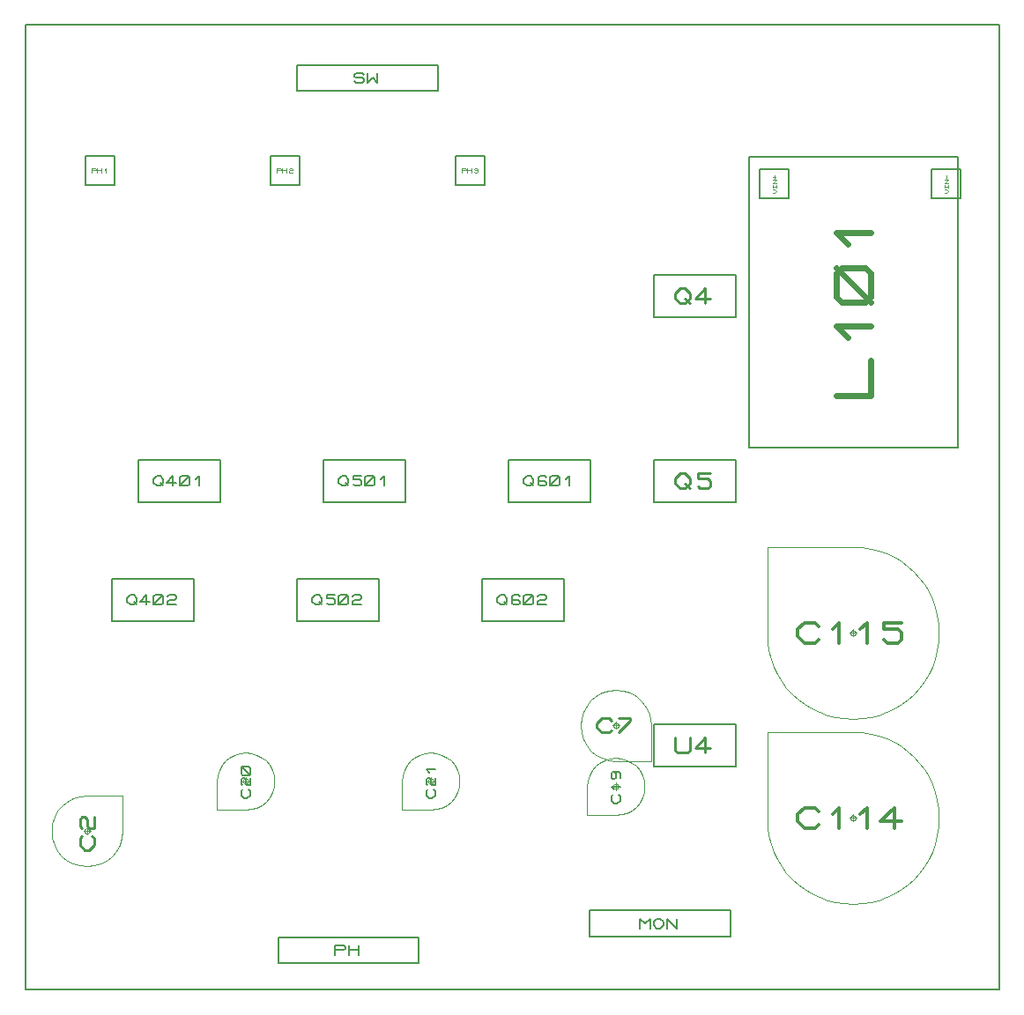
<source format=gbr>
G04 PROTEUS RS274X GERBER FILE*
%FSLAX45Y45*%
%MOMM*%
G01*
%ADD20C,0.203200*%
%ADD66C,0.054860*%
%ADD67C,0.558800*%
%ADD68C,0.050000*%
%ADD69C,0.331000*%
%ADD74C,0.068580*%
%ADD41C,0.152400*%
%ADD75C,0.160020*%
%ADD76C,0.156460*%
%ADD77C,0.240790*%
%ADD78C,0.138750*%
%ADD79C,0.228330*%
D20*
X+552000Y+254000D02*
X+9906000Y+254000D01*
X+9906000Y+9525000D01*
X+552000Y+9525000D01*
X+552000Y+254000D01*
X+7609840Y+7863839D02*
X+7884160Y+7863839D01*
X+7884160Y+8138159D01*
X+7609840Y+8138159D01*
X+7609840Y+7863839D01*
D66*
X+7730541Y+7913217D02*
X+7747000Y+7913217D01*
X+7763460Y+7929676D01*
X+7747000Y+7946135D01*
X+7730541Y+7946135D01*
X+7730541Y+7962594D02*
X+7730541Y+7984539D01*
X+7730541Y+7973567D02*
X+7763460Y+7973567D01*
X+7763460Y+7962594D02*
X+7763460Y+7984539D01*
X+7763460Y+8000999D02*
X+7730541Y+8000999D01*
X+7763460Y+8033917D01*
X+7730541Y+8033917D01*
X+7747000Y+8044890D02*
X+7747000Y+8077808D01*
X+7736028Y+8061349D02*
X+7757973Y+8061349D01*
D20*
X+9260840Y+7863840D02*
X+9535160Y+7863840D01*
X+9535160Y+8138160D01*
X+9260840Y+8138160D01*
X+9260840Y+7863840D01*
D66*
X+9381541Y+7913218D02*
X+9398000Y+7913218D01*
X+9414460Y+7929677D01*
X+9398000Y+7946136D01*
X+9381541Y+7946136D01*
X+9381541Y+7962595D02*
X+9381541Y+7984540D01*
X+9381541Y+7973568D02*
X+9414460Y+7973568D01*
X+9414460Y+7962595D02*
X+9414460Y+7984540D01*
X+9414460Y+8001000D02*
X+9381541Y+8001000D01*
X+9414460Y+8033918D01*
X+9381541Y+8033918D01*
X+9398000Y+8050377D02*
X+9398000Y+8077809D01*
D20*
X+7506940Y+5460999D02*
X+9511062Y+5460999D01*
X+9511062Y+8254999D01*
X+7506940Y+8254999D01*
X+7506940Y+5460999D01*
D67*
X+8341361Y+5963919D02*
X+8676641Y+5963919D01*
X+8676641Y+6299199D01*
X+8453121Y+6522719D02*
X+8341361Y+6634479D01*
X+8676641Y+6634479D01*
X+8620761Y+6857999D02*
X+8397241Y+6857999D01*
X+8341361Y+6913879D01*
X+8341361Y+7137399D01*
X+8397241Y+7193279D01*
X+8620761Y+7193279D01*
X+8676641Y+7137399D01*
X+8676641Y+6913879D01*
X+8620761Y+6857999D01*
X+8676641Y+6857999D02*
X+8341361Y+7193279D01*
X+8453121Y+7416799D02*
X+8341361Y+7528559D01*
X+8676641Y+7528559D01*
D68*
X+8528000Y+1905000D02*
X+8527914Y+1907076D01*
X+8527212Y+1911229D01*
X+8525742Y+1915382D01*
X+8523340Y+1919535D01*
X+8519667Y+1923634D01*
X+8515514Y+1926643D01*
X+8511361Y+1928560D01*
X+8507208Y+1929643D01*
X+8503055Y+1930000D01*
X+8503000Y+1930000D01*
X+8478000Y+1905000D02*
X+8478086Y+1907076D01*
X+8478788Y+1911229D01*
X+8480258Y+1915382D01*
X+8482660Y+1919535D01*
X+8486333Y+1923634D01*
X+8490486Y+1926643D01*
X+8494639Y+1928560D01*
X+8498792Y+1929643D01*
X+8502945Y+1930000D01*
X+8503000Y+1930000D01*
X+8478000Y+1905000D02*
X+8478086Y+1902924D01*
X+8478788Y+1898771D01*
X+8480258Y+1894618D01*
X+8482660Y+1890465D01*
X+8486333Y+1886366D01*
X+8490486Y+1883357D01*
X+8494639Y+1881440D01*
X+8498792Y+1880357D01*
X+8502945Y+1880000D01*
X+8503000Y+1880000D01*
X+8528000Y+1905000D02*
X+8527914Y+1902924D01*
X+8527212Y+1898771D01*
X+8525742Y+1894618D01*
X+8523340Y+1890465D01*
X+8519667Y+1886366D01*
X+8515514Y+1883357D01*
X+8511361Y+1881440D01*
X+8507208Y+1880357D01*
X+8503055Y+1880000D01*
X+8503000Y+1880000D01*
X+8538000Y+1905000D02*
X+8468000Y+1905000D01*
X+8503000Y+1940000D02*
X+8503000Y+1870000D01*
X+7678000Y+2730000D02*
X+7678000Y+1905000D01*
X+7682167Y+1819260D01*
X+7694415Y+1736314D01*
X+7714368Y+1656541D01*
X+7741648Y+1580318D01*
X+7775876Y+1508022D01*
X+7816675Y+1440031D01*
X+7863668Y+1376724D01*
X+7916477Y+1318477D01*
X+7974724Y+1265668D01*
X+8038032Y+1218675D01*
X+8106022Y+1177876D01*
X+8178318Y+1143648D01*
X+8254541Y+1116368D01*
X+8334314Y+1096415D01*
X+8417260Y+1084167D01*
X+8503000Y+1080000D01*
X+8588740Y+1084167D01*
X+8671686Y+1096415D01*
X+8751459Y+1116368D01*
X+8827682Y+1143648D01*
X+8899978Y+1177876D01*
X+8967968Y+1218675D01*
X+9031276Y+1265668D01*
X+9089523Y+1318477D01*
X+9142332Y+1376724D01*
X+9189325Y+1440031D01*
X+9230124Y+1508022D01*
X+9264352Y+1580318D01*
X+9291632Y+1656541D01*
X+9311585Y+1736314D01*
X+9323833Y+1819260D01*
X+9328000Y+1905000D01*
X+9323833Y+1990740D01*
X+9311585Y+2073686D01*
X+9291632Y+2153459D01*
X+9264352Y+2229682D01*
X+9230124Y+2301978D01*
X+9189325Y+2369969D01*
X+9142332Y+2433276D01*
X+9089523Y+2491523D01*
X+9031276Y+2544332D01*
X+8967968Y+2591325D01*
X+8899978Y+2632124D01*
X+8827682Y+2666352D01*
X+8751459Y+2693632D01*
X+8671686Y+2713585D01*
X+8588740Y+2725833D01*
X+8503000Y+2730000D01*
X+7678000Y+2730000D01*
D69*
X+8172000Y+1838800D02*
X+8138900Y+1805700D01*
X+8039600Y+1805700D01*
X+7973400Y+1871900D01*
X+7973400Y+1938100D01*
X+8039600Y+2004300D01*
X+8138900Y+2004300D01*
X+8172000Y+1971200D01*
X+8304400Y+1938100D02*
X+8370600Y+2004300D01*
X+8370600Y+1805700D01*
X+8569200Y+1938100D02*
X+8635400Y+2004300D01*
X+8635400Y+1805700D01*
X+8966400Y+1871900D02*
X+8767800Y+1871900D01*
X+8900200Y+2004300D01*
X+8900200Y+1805700D01*
D68*
X+8528000Y+3683000D02*
X+8527914Y+3685076D01*
X+8527212Y+3689229D01*
X+8525742Y+3693382D01*
X+8523340Y+3697535D01*
X+8519667Y+3701634D01*
X+8515514Y+3704643D01*
X+8511361Y+3706560D01*
X+8507208Y+3707643D01*
X+8503055Y+3708000D01*
X+8503000Y+3708000D01*
X+8478000Y+3683000D02*
X+8478086Y+3685076D01*
X+8478788Y+3689229D01*
X+8480258Y+3693382D01*
X+8482660Y+3697535D01*
X+8486333Y+3701634D01*
X+8490486Y+3704643D01*
X+8494639Y+3706560D01*
X+8498792Y+3707643D01*
X+8502945Y+3708000D01*
X+8503000Y+3708000D01*
X+8478000Y+3683000D02*
X+8478086Y+3680924D01*
X+8478788Y+3676771D01*
X+8480258Y+3672618D01*
X+8482660Y+3668465D01*
X+8486333Y+3664366D01*
X+8490486Y+3661357D01*
X+8494639Y+3659440D01*
X+8498792Y+3658357D01*
X+8502945Y+3658000D01*
X+8503000Y+3658000D01*
X+8528000Y+3683000D02*
X+8527914Y+3680924D01*
X+8527212Y+3676771D01*
X+8525742Y+3672618D01*
X+8523340Y+3668465D01*
X+8519667Y+3664366D01*
X+8515514Y+3661357D01*
X+8511361Y+3659440D01*
X+8507208Y+3658357D01*
X+8503055Y+3658000D01*
X+8503000Y+3658000D01*
X+8538000Y+3683000D02*
X+8468000Y+3683000D01*
X+8503000Y+3718000D02*
X+8503000Y+3648000D01*
X+7678000Y+4508000D02*
X+7678000Y+3683000D01*
X+7682167Y+3597260D01*
X+7694415Y+3514314D01*
X+7714368Y+3434541D01*
X+7741648Y+3358318D01*
X+7775876Y+3286022D01*
X+7816675Y+3218031D01*
X+7863668Y+3154724D01*
X+7916477Y+3096477D01*
X+7974724Y+3043668D01*
X+8038032Y+2996675D01*
X+8106022Y+2955876D01*
X+8178318Y+2921648D01*
X+8254541Y+2894368D01*
X+8334314Y+2874415D01*
X+8417260Y+2862167D01*
X+8503000Y+2858000D01*
X+8588740Y+2862167D01*
X+8671686Y+2874415D01*
X+8751459Y+2894368D01*
X+8827682Y+2921648D01*
X+8899978Y+2955876D01*
X+8967968Y+2996675D01*
X+9031276Y+3043668D01*
X+9089523Y+3096477D01*
X+9142332Y+3154724D01*
X+9189325Y+3218031D01*
X+9230124Y+3286022D01*
X+9264352Y+3358318D01*
X+9291632Y+3434541D01*
X+9311585Y+3514314D01*
X+9323833Y+3597260D01*
X+9328000Y+3683000D01*
X+9323833Y+3768740D01*
X+9311585Y+3851686D01*
X+9291632Y+3931459D01*
X+9264352Y+4007682D01*
X+9230124Y+4079978D01*
X+9189325Y+4147969D01*
X+9142332Y+4211276D01*
X+9089523Y+4269523D01*
X+9031276Y+4322332D01*
X+8967968Y+4369325D01*
X+8899978Y+4410124D01*
X+8827682Y+4444352D01*
X+8751459Y+4471632D01*
X+8671686Y+4491585D01*
X+8588740Y+4503833D01*
X+8503000Y+4508000D01*
X+7678000Y+4508000D01*
D69*
X+8172000Y+3616800D02*
X+8138900Y+3583700D01*
X+8039600Y+3583700D01*
X+7973400Y+3649900D01*
X+7973400Y+3716100D01*
X+8039600Y+3782300D01*
X+8138900Y+3782300D01*
X+8172000Y+3749200D01*
X+8304400Y+3716100D02*
X+8370600Y+3782300D01*
X+8370600Y+3583700D01*
X+8569200Y+3716100D02*
X+8635400Y+3782300D01*
X+8635400Y+3583700D01*
X+8966400Y+3782300D02*
X+8800900Y+3782300D01*
X+8800900Y+3716100D01*
X+8933300Y+3716100D01*
X+8966400Y+3683000D01*
X+8966400Y+3616800D01*
X+8933300Y+3583700D01*
X+8834000Y+3583700D01*
X+8800900Y+3616800D01*
D20*
X+1132840Y+7990840D02*
X+1407160Y+7990840D01*
X+1407160Y+8265160D01*
X+1132840Y+8265160D01*
X+1132840Y+7990840D01*
D74*
X+1187704Y+8107426D02*
X+1187704Y+8148574D01*
X+1221994Y+8148574D01*
X+1228852Y+8141716D01*
X+1228852Y+8134858D01*
X+1221994Y+8128000D01*
X+1187704Y+8128000D01*
X+1242568Y+8107426D02*
X+1242568Y+8148574D01*
X+1283716Y+8148574D02*
X+1283716Y+8107426D01*
X+1242568Y+8128000D02*
X+1283716Y+8128000D01*
X+1311148Y+8134858D02*
X+1324864Y+8148574D01*
X+1324864Y+8107426D01*
D20*
X+4688840Y+7990840D02*
X+4963160Y+7990840D01*
X+4963160Y+8265160D01*
X+4688840Y+8265160D01*
X+4688840Y+7990840D01*
D74*
X+4743704Y+8107426D02*
X+4743704Y+8148574D01*
X+4777994Y+8148574D01*
X+4784852Y+8141716D01*
X+4784852Y+8134858D01*
X+4777994Y+8128000D01*
X+4743704Y+8128000D01*
X+4798568Y+8107426D02*
X+4798568Y+8148574D01*
X+4839716Y+8148574D02*
X+4839716Y+8107426D01*
X+4798568Y+8128000D02*
X+4839716Y+8128000D01*
X+4860290Y+8141716D02*
X+4867148Y+8148574D01*
X+4887722Y+8148574D01*
X+4894580Y+8141716D01*
X+4894580Y+8134858D01*
X+4887722Y+8128000D01*
X+4894580Y+8121142D01*
X+4894580Y+8114284D01*
X+4887722Y+8107426D01*
X+4867148Y+8107426D01*
X+4860290Y+8114284D01*
X+4874006Y+8128000D02*
X+4887722Y+8128000D01*
D41*
X+2981630Y+760400D02*
X+2981630Y+508940D01*
X+4330370Y+508940D01*
X+4330370Y+760400D01*
X+2981630Y+760400D01*
X+2981630Y+508940D01*
X+4330370Y+508940D01*
X+4330370Y+760400D01*
X+2981630Y+760400D01*
D75*
X+3527984Y+586664D02*
X+3527984Y+682676D01*
X+3607994Y+682676D01*
X+3623996Y+666674D01*
X+3623996Y+650672D01*
X+3607994Y+634670D01*
X+3527984Y+634670D01*
X+3656000Y+586664D02*
X+3656000Y+682676D01*
X+3752012Y+682676D02*
X+3752012Y+586664D01*
X+3656000Y+634670D02*
X+3752012Y+634670D01*
D41*
X+3162630Y+9142400D02*
X+3162630Y+8890940D01*
X+4511370Y+8890940D01*
X+4511370Y+9142400D01*
X+3162630Y+9142400D01*
X+3162630Y+8890940D01*
X+4511370Y+8890940D01*
X+4511370Y+9142400D01*
X+3162630Y+9142400D01*
D75*
X+3708984Y+8984666D02*
X+3724986Y+8968664D01*
X+3788994Y+8968664D01*
X+3804996Y+8984666D01*
X+3804996Y+9000668D01*
X+3788994Y+9016670D01*
X+3724986Y+9016670D01*
X+3708984Y+9032672D01*
X+3708984Y+9048674D01*
X+3724986Y+9064676D01*
X+3788994Y+9064676D01*
X+3804996Y+9048674D01*
X+3837000Y+9064676D02*
X+3837000Y+8968664D01*
X+3885006Y+9016670D01*
X+3933012Y+8968664D01*
X+3933012Y+9064676D01*
D41*
X+7324370Y+763600D02*
X+7324370Y+1015060D01*
X+5975630Y+1015060D01*
X+5975630Y+763600D01*
X+7324370Y+763600D01*
X+7324370Y+1015060D01*
X+5975630Y+1015060D01*
X+5975630Y+763600D01*
X+7324370Y+763600D01*
D75*
X+6457976Y+841324D02*
X+6457976Y+937336D01*
X+6505982Y+889330D01*
X+6553988Y+937336D01*
X+6553988Y+841324D01*
X+6585992Y+905332D02*
X+6617996Y+937336D01*
X+6650000Y+937336D01*
X+6682004Y+905332D01*
X+6682004Y+873328D01*
X+6650000Y+841324D01*
X+6617996Y+841324D01*
X+6585992Y+873328D01*
X+6585992Y+905332D01*
X+6714008Y+841324D02*
X+6714008Y+937336D01*
X+6810020Y+841324D01*
X+6810020Y+937336D01*
D20*
X+1640840Y+4942840D02*
X+2423160Y+4942840D01*
X+2423160Y+5344160D01*
X+1640840Y+5344160D01*
X+1640840Y+4942840D01*
D76*
X+1781658Y+5159146D02*
X+1812950Y+5190439D01*
X+1844243Y+5190439D01*
X+1875536Y+5159146D01*
X+1875536Y+5127853D01*
X+1844243Y+5096560D01*
X+1812950Y+5096560D01*
X+1781658Y+5127853D01*
X+1781658Y+5159146D01*
X+1844243Y+5127853D02*
X+1875536Y+5096560D01*
X+2000707Y+5127853D02*
X+1906829Y+5127853D01*
X+1969414Y+5190439D01*
X+1969414Y+5096560D01*
X+2032000Y+5112207D02*
X+2032000Y+5174792D01*
X+2047646Y+5190439D01*
X+2110231Y+5190439D01*
X+2125878Y+5174792D01*
X+2125878Y+5112207D01*
X+2110231Y+5096560D01*
X+2047646Y+5096560D01*
X+2032000Y+5112207D01*
X+2032000Y+5096560D02*
X+2125878Y+5190439D01*
X+2188463Y+5159146D02*
X+2219756Y+5190439D01*
X+2219756Y+5096560D01*
D20*
X+1386840Y+3799840D02*
X+2169160Y+3799840D01*
X+2169160Y+4201160D01*
X+1386840Y+4201160D01*
X+1386840Y+3799840D01*
D76*
X+1527658Y+4016146D02*
X+1558950Y+4047439D01*
X+1590243Y+4047439D01*
X+1621536Y+4016146D01*
X+1621536Y+3984853D01*
X+1590243Y+3953560D01*
X+1558950Y+3953560D01*
X+1527658Y+3984853D01*
X+1527658Y+4016146D01*
X+1590243Y+3984853D02*
X+1621536Y+3953560D01*
X+1746707Y+3984853D02*
X+1652829Y+3984853D01*
X+1715414Y+4047439D01*
X+1715414Y+3953560D01*
X+1778000Y+3969207D02*
X+1778000Y+4031792D01*
X+1793646Y+4047439D01*
X+1856231Y+4047439D01*
X+1871878Y+4031792D01*
X+1871878Y+3969207D01*
X+1856231Y+3953560D01*
X+1793646Y+3953560D01*
X+1778000Y+3969207D01*
X+1778000Y+3953560D02*
X+1871878Y+4047439D01*
X+1918817Y+4031792D02*
X+1934463Y+4047439D01*
X+1981402Y+4047439D01*
X+1997049Y+4031792D01*
X+1997049Y+4016146D01*
X+1981402Y+4000500D01*
X+1934463Y+4000500D01*
X+1918817Y+3984853D01*
X+1918817Y+3953560D01*
X+1997049Y+3953560D01*
D20*
X+3418840Y+4942840D02*
X+4201160Y+4942840D01*
X+4201160Y+5344160D01*
X+3418840Y+5344160D01*
X+3418840Y+4942840D01*
D76*
X+3559658Y+5159146D02*
X+3590950Y+5190439D01*
X+3622243Y+5190439D01*
X+3653536Y+5159146D01*
X+3653536Y+5127853D01*
X+3622243Y+5096560D01*
X+3590950Y+5096560D01*
X+3559658Y+5127853D01*
X+3559658Y+5159146D01*
X+3622243Y+5127853D02*
X+3653536Y+5096560D01*
X+3778707Y+5190439D02*
X+3700475Y+5190439D01*
X+3700475Y+5159146D01*
X+3763060Y+5159146D01*
X+3778707Y+5143500D01*
X+3778707Y+5112207D01*
X+3763060Y+5096560D01*
X+3716121Y+5096560D01*
X+3700475Y+5112207D01*
X+3810000Y+5112207D02*
X+3810000Y+5174792D01*
X+3825646Y+5190439D01*
X+3888231Y+5190439D01*
X+3903878Y+5174792D01*
X+3903878Y+5112207D01*
X+3888231Y+5096560D01*
X+3825646Y+5096560D01*
X+3810000Y+5112207D01*
X+3810000Y+5096560D02*
X+3903878Y+5190439D01*
X+3966463Y+5159146D02*
X+3997756Y+5190439D01*
X+3997756Y+5096560D01*
D20*
X+3164840Y+3799840D02*
X+3947160Y+3799840D01*
X+3947160Y+4201160D01*
X+3164840Y+4201160D01*
X+3164840Y+3799840D01*
D76*
X+3305658Y+4016146D02*
X+3336950Y+4047439D01*
X+3368243Y+4047439D01*
X+3399536Y+4016146D01*
X+3399536Y+3984853D01*
X+3368243Y+3953560D01*
X+3336950Y+3953560D01*
X+3305658Y+3984853D01*
X+3305658Y+4016146D01*
X+3368243Y+3984853D02*
X+3399536Y+3953560D01*
X+3524707Y+4047439D02*
X+3446475Y+4047439D01*
X+3446475Y+4016146D01*
X+3509060Y+4016146D01*
X+3524707Y+4000500D01*
X+3524707Y+3969207D01*
X+3509060Y+3953560D01*
X+3462121Y+3953560D01*
X+3446475Y+3969207D01*
X+3556000Y+3969207D02*
X+3556000Y+4031792D01*
X+3571646Y+4047439D01*
X+3634231Y+4047439D01*
X+3649878Y+4031792D01*
X+3649878Y+3969207D01*
X+3634231Y+3953560D01*
X+3571646Y+3953560D01*
X+3556000Y+3969207D01*
X+3556000Y+3953560D02*
X+3649878Y+4047439D01*
X+3696817Y+4031792D02*
X+3712463Y+4047439D01*
X+3759402Y+4047439D01*
X+3775049Y+4031792D01*
X+3775049Y+4016146D01*
X+3759402Y+4000500D01*
X+3712463Y+4000500D01*
X+3696817Y+3984853D01*
X+3696817Y+3953560D01*
X+3775049Y+3953560D01*
D20*
X+5196840Y+4942840D02*
X+5979160Y+4942840D01*
X+5979160Y+5344160D01*
X+5196840Y+5344160D01*
X+5196840Y+4942840D01*
D76*
X+5337658Y+5159146D02*
X+5368950Y+5190439D01*
X+5400243Y+5190439D01*
X+5431536Y+5159146D01*
X+5431536Y+5127853D01*
X+5400243Y+5096560D01*
X+5368950Y+5096560D01*
X+5337658Y+5127853D01*
X+5337658Y+5159146D01*
X+5400243Y+5127853D02*
X+5431536Y+5096560D01*
X+5556707Y+5174792D02*
X+5541060Y+5190439D01*
X+5494121Y+5190439D01*
X+5478475Y+5174792D01*
X+5478475Y+5112207D01*
X+5494121Y+5096560D01*
X+5541060Y+5096560D01*
X+5556707Y+5112207D01*
X+5556707Y+5127853D01*
X+5541060Y+5143500D01*
X+5478475Y+5143500D01*
X+5588000Y+5112207D02*
X+5588000Y+5174792D01*
X+5603646Y+5190439D01*
X+5666231Y+5190439D01*
X+5681878Y+5174792D01*
X+5681878Y+5112207D01*
X+5666231Y+5096560D01*
X+5603646Y+5096560D01*
X+5588000Y+5112207D01*
X+5588000Y+5096560D02*
X+5681878Y+5190439D01*
X+5744463Y+5159146D02*
X+5775756Y+5190439D01*
X+5775756Y+5096560D01*
D20*
X+4942840Y+3799840D02*
X+5725160Y+3799840D01*
X+5725160Y+4201160D01*
X+4942840Y+4201160D01*
X+4942840Y+3799840D01*
D76*
X+5083658Y+4016146D02*
X+5114950Y+4047439D01*
X+5146243Y+4047439D01*
X+5177536Y+4016146D01*
X+5177536Y+3984853D01*
X+5146243Y+3953560D01*
X+5114950Y+3953560D01*
X+5083658Y+3984853D01*
X+5083658Y+4016146D01*
X+5146243Y+3984853D02*
X+5177536Y+3953560D01*
X+5302707Y+4031792D02*
X+5287060Y+4047439D01*
X+5240121Y+4047439D01*
X+5224475Y+4031792D01*
X+5224475Y+3969207D01*
X+5240121Y+3953560D01*
X+5287060Y+3953560D01*
X+5302707Y+3969207D01*
X+5302707Y+3984853D01*
X+5287060Y+4000500D01*
X+5224475Y+4000500D01*
X+5334000Y+3969207D02*
X+5334000Y+4031792D01*
X+5349646Y+4047439D01*
X+5412231Y+4047439D01*
X+5427878Y+4031792D01*
X+5427878Y+3969207D01*
X+5412231Y+3953560D01*
X+5349646Y+3953560D01*
X+5334000Y+3969207D01*
X+5334000Y+3953560D02*
X+5427878Y+4047439D01*
X+5474817Y+4031792D02*
X+5490463Y+4047439D01*
X+5537402Y+4047439D01*
X+5553049Y+4031792D01*
X+5553049Y+4016146D01*
X+5537402Y+4000500D01*
X+5490463Y+4000500D01*
X+5474817Y+3984853D01*
X+5474817Y+3953560D01*
X+5553049Y+3953560D01*
D20*
X+2910840Y+7990840D02*
X+3185160Y+7990840D01*
X+3185160Y+8265160D01*
X+2910840Y+8265160D01*
X+2910840Y+7990840D01*
D74*
X+2965704Y+8107426D02*
X+2965704Y+8148574D01*
X+2999994Y+8148574D01*
X+3006852Y+8141716D01*
X+3006852Y+8134858D01*
X+2999994Y+8128000D01*
X+2965704Y+8128000D01*
X+3020568Y+8107426D02*
X+3020568Y+8148574D01*
X+3061716Y+8148574D02*
X+3061716Y+8107426D01*
X+3020568Y+8128000D02*
X+3061716Y+8128000D01*
X+3082290Y+8141716D02*
X+3089148Y+8148574D01*
X+3109722Y+8148574D01*
X+3116580Y+8141716D01*
X+3116580Y+8134858D01*
X+3109722Y+8128000D01*
X+3089148Y+8128000D01*
X+3082290Y+8121142D01*
X+3082290Y+8107426D01*
X+3116580Y+8107426D01*
D20*
X+6593840Y+2402840D02*
X+7376160Y+2402840D01*
X+7376160Y+2804160D01*
X+6593840Y+2804160D01*
X+6593840Y+2402840D01*
D77*
X+6792367Y+2675737D02*
X+6792367Y+2555341D01*
X+6816446Y+2531262D01*
X+6912762Y+2531262D01*
X+6936841Y+2555341D01*
X+6936841Y+2675737D01*
X+7129474Y+2579420D02*
X+6985000Y+2579420D01*
X+7081316Y+2675737D01*
X+7081316Y+2531262D01*
D68*
X+6248000Y+2208056D02*
X+6247914Y+2210132D01*
X+6247212Y+2214285D01*
X+6245742Y+2218438D01*
X+6243340Y+2222591D01*
X+6239667Y+2226690D01*
X+6235514Y+2229699D01*
X+6231361Y+2231616D01*
X+6227208Y+2232699D01*
X+6223055Y+2233056D01*
X+6223000Y+2233056D01*
X+6198000Y+2208056D02*
X+6198086Y+2210132D01*
X+6198788Y+2214285D01*
X+6200258Y+2218438D01*
X+6202660Y+2222591D01*
X+6206333Y+2226690D01*
X+6210486Y+2229699D01*
X+6214639Y+2231616D01*
X+6218792Y+2232699D01*
X+6222945Y+2233056D01*
X+6223000Y+2233056D01*
X+6198000Y+2208056D02*
X+6198086Y+2205980D01*
X+6198788Y+2201827D01*
X+6200258Y+2197674D01*
X+6202660Y+2193521D01*
X+6206333Y+2189422D01*
X+6210486Y+2186413D01*
X+6214639Y+2184496D01*
X+6218792Y+2183413D01*
X+6222945Y+2183056D01*
X+6223000Y+2183056D01*
X+6248000Y+2208056D02*
X+6247914Y+2205980D01*
X+6247212Y+2201827D01*
X+6245742Y+2197674D01*
X+6243340Y+2193521D01*
X+6239667Y+2189422D01*
X+6235514Y+2186413D01*
X+6231361Y+2184496D01*
X+6227208Y+2183413D01*
X+6223055Y+2183056D01*
X+6223000Y+2183056D01*
X+6223000Y+2243056D02*
X+6223000Y+2173056D01*
X+6188000Y+2208056D02*
X+6258000Y+2208056D01*
X+5948000Y+1933056D02*
X+6223000Y+1933056D01*
X+6279228Y+1938528D01*
X+6331227Y+1954272D01*
X+6377990Y+1979281D01*
X+6418508Y+2012548D01*
X+6451775Y+2053067D01*
X+6476784Y+2099829D01*
X+6492528Y+2151828D01*
X+6498000Y+2208056D01*
X+6492528Y+2264284D01*
X+6476784Y+2316283D01*
X+6451775Y+2363045D01*
X+6418508Y+2403564D01*
X+6377990Y+2436831D01*
X+6331227Y+2461840D01*
X+6279228Y+2477584D01*
X+6223000Y+2483056D01*
X+6166772Y+2477584D01*
X+6114773Y+2461840D01*
X+6068010Y+2436831D01*
X+6027492Y+2403564D01*
X+5994225Y+2363045D01*
X+5969216Y+2316283D01*
X+5953472Y+2264284D01*
X+5948000Y+2208056D01*
X+5948000Y+1933056D01*
D78*
X+6250750Y+2124806D02*
X+6264625Y+2110931D01*
X+6264625Y+2069306D01*
X+6236875Y+2041556D01*
X+6209125Y+2041556D01*
X+6181375Y+2069306D01*
X+6181375Y+2110931D01*
X+6195250Y+2124806D01*
X+6209125Y+2180306D02*
X+6181375Y+2208056D01*
X+6264625Y+2208056D01*
X+6209125Y+2346806D02*
X+6223000Y+2332931D01*
X+6223000Y+2291306D01*
X+6209125Y+2277431D01*
X+6195250Y+2277431D01*
X+6181375Y+2291306D01*
X+6181375Y+2332931D01*
X+6195250Y+2346806D01*
X+6250750Y+2346806D01*
X+6264625Y+2332931D01*
X+6264625Y+2291306D01*
D68*
X+2692000Y+2259000D02*
X+2691914Y+2261076D01*
X+2691212Y+2265229D01*
X+2689742Y+2269382D01*
X+2687340Y+2273535D01*
X+2683667Y+2277634D01*
X+2679514Y+2280643D01*
X+2675361Y+2282560D01*
X+2671208Y+2283643D01*
X+2667055Y+2284000D01*
X+2667000Y+2284000D01*
X+2642000Y+2259000D02*
X+2642086Y+2261076D01*
X+2642788Y+2265229D01*
X+2644258Y+2269382D01*
X+2646660Y+2273535D01*
X+2650333Y+2277634D01*
X+2654486Y+2280643D01*
X+2658639Y+2282560D01*
X+2662792Y+2283643D01*
X+2666945Y+2284000D01*
X+2667000Y+2284000D01*
X+2642000Y+2259000D02*
X+2642086Y+2256924D01*
X+2642788Y+2252771D01*
X+2644258Y+2248618D01*
X+2646660Y+2244465D01*
X+2650333Y+2240366D01*
X+2654486Y+2237357D01*
X+2658639Y+2235440D01*
X+2662792Y+2234357D01*
X+2666945Y+2234000D01*
X+2667000Y+2234000D01*
X+2692000Y+2259000D02*
X+2691914Y+2256924D01*
X+2691212Y+2252771D01*
X+2689742Y+2248618D01*
X+2687340Y+2244465D01*
X+2683667Y+2240366D01*
X+2679514Y+2237357D01*
X+2675361Y+2235440D01*
X+2671208Y+2234357D01*
X+2667055Y+2234000D01*
X+2667000Y+2234000D01*
X+2667000Y+2294000D02*
X+2667000Y+2224000D01*
X+2632000Y+2259000D02*
X+2702000Y+2259000D01*
X+2392000Y+1984000D02*
X+2667000Y+1984000D01*
X+2723228Y+1989472D01*
X+2775227Y+2005216D01*
X+2821990Y+2030225D01*
X+2862508Y+2063492D01*
X+2895775Y+2104011D01*
X+2920784Y+2150773D01*
X+2936528Y+2202772D01*
X+2942000Y+2259000D01*
X+2936528Y+2315228D01*
X+2920784Y+2367227D01*
X+2895775Y+2413989D01*
X+2862508Y+2454508D01*
X+2821990Y+2487775D01*
X+2775227Y+2512784D01*
X+2723228Y+2528528D01*
X+2667000Y+2534000D01*
X+2610772Y+2528528D01*
X+2558773Y+2512784D01*
X+2512010Y+2487775D01*
X+2471492Y+2454508D01*
X+2438225Y+2413989D01*
X+2413216Y+2367227D01*
X+2397472Y+2315228D01*
X+2392000Y+2259000D01*
X+2392000Y+1984000D01*
D78*
X+2694750Y+2175750D02*
X+2708625Y+2161875D01*
X+2708625Y+2120250D01*
X+2680875Y+2092500D01*
X+2653125Y+2092500D01*
X+2625375Y+2120250D01*
X+2625375Y+2161875D01*
X+2639250Y+2175750D01*
X+2639250Y+2217375D02*
X+2625375Y+2231250D01*
X+2625375Y+2272875D01*
X+2639250Y+2286750D01*
X+2653125Y+2286750D01*
X+2667000Y+2272875D01*
X+2667000Y+2231250D01*
X+2680875Y+2217375D01*
X+2708625Y+2217375D01*
X+2708625Y+2286750D01*
X+2694750Y+2314500D02*
X+2639250Y+2314500D01*
X+2625375Y+2328375D01*
X+2625375Y+2383875D01*
X+2639250Y+2397750D01*
X+2694750Y+2397750D01*
X+2708625Y+2383875D01*
X+2708625Y+2328375D01*
X+2694750Y+2314500D01*
X+2708625Y+2314500D02*
X+2625375Y+2397750D01*
D68*
X+4470000Y+2259000D02*
X+4469914Y+2261076D01*
X+4469212Y+2265229D01*
X+4467742Y+2269382D01*
X+4465340Y+2273535D01*
X+4461667Y+2277634D01*
X+4457514Y+2280643D01*
X+4453361Y+2282560D01*
X+4449208Y+2283643D01*
X+4445055Y+2284000D01*
X+4445000Y+2284000D01*
X+4420000Y+2259000D02*
X+4420086Y+2261076D01*
X+4420788Y+2265229D01*
X+4422258Y+2269382D01*
X+4424660Y+2273535D01*
X+4428333Y+2277634D01*
X+4432486Y+2280643D01*
X+4436639Y+2282560D01*
X+4440792Y+2283643D01*
X+4444945Y+2284000D01*
X+4445000Y+2284000D01*
X+4420000Y+2259000D02*
X+4420086Y+2256924D01*
X+4420788Y+2252771D01*
X+4422258Y+2248618D01*
X+4424660Y+2244465D01*
X+4428333Y+2240366D01*
X+4432486Y+2237357D01*
X+4436639Y+2235440D01*
X+4440792Y+2234357D01*
X+4444945Y+2234000D01*
X+4445000Y+2234000D01*
X+4470000Y+2259000D02*
X+4469914Y+2256924D01*
X+4469212Y+2252771D01*
X+4467742Y+2248618D01*
X+4465340Y+2244465D01*
X+4461667Y+2240366D01*
X+4457514Y+2237357D01*
X+4453361Y+2235440D01*
X+4449208Y+2234357D01*
X+4445055Y+2234000D01*
X+4445000Y+2234000D01*
X+4445000Y+2294000D02*
X+4445000Y+2224000D01*
X+4410000Y+2259000D02*
X+4480000Y+2259000D01*
X+4170000Y+1984000D02*
X+4445000Y+1984000D01*
X+4501228Y+1989472D01*
X+4553227Y+2005216D01*
X+4599990Y+2030225D01*
X+4640508Y+2063492D01*
X+4673775Y+2104011D01*
X+4698784Y+2150773D01*
X+4714528Y+2202772D01*
X+4720000Y+2259000D01*
X+4714528Y+2315228D01*
X+4698784Y+2367227D01*
X+4673775Y+2413989D01*
X+4640508Y+2454508D01*
X+4599990Y+2487775D01*
X+4553227Y+2512784D01*
X+4501228Y+2528528D01*
X+4445000Y+2534000D01*
X+4388772Y+2528528D01*
X+4336773Y+2512784D01*
X+4290010Y+2487775D01*
X+4249492Y+2454508D01*
X+4216225Y+2413989D01*
X+4191216Y+2367227D01*
X+4175472Y+2315228D01*
X+4170000Y+2259000D01*
X+4170000Y+1984000D01*
D78*
X+4472750Y+2175750D02*
X+4486625Y+2161875D01*
X+4486625Y+2120250D01*
X+4458875Y+2092500D01*
X+4431125Y+2092500D01*
X+4403375Y+2120250D01*
X+4403375Y+2161875D01*
X+4417250Y+2175750D01*
X+4417250Y+2217375D02*
X+4403375Y+2231250D01*
X+4403375Y+2272875D01*
X+4417250Y+2286750D01*
X+4431125Y+2286750D01*
X+4445000Y+2272875D01*
X+4445000Y+2231250D01*
X+4458875Y+2217375D01*
X+4486625Y+2217375D01*
X+4486625Y+2286750D01*
X+4431125Y+2342250D02*
X+4403375Y+2370000D01*
X+4486625Y+2370000D01*
D20*
X+6593840Y+6720840D02*
X+7376160Y+6720840D01*
X+7376160Y+7122160D01*
X+6593840Y+7122160D01*
X+6593840Y+6720840D01*
D77*
X+6792367Y+6945579D02*
X+6840525Y+6993737D01*
X+6888683Y+6993737D01*
X+6936841Y+6945579D01*
X+6936841Y+6897420D01*
X+6888683Y+6849262D01*
X+6840525Y+6849262D01*
X+6792367Y+6897420D01*
X+6792367Y+6945579D01*
X+6888683Y+6897420D02*
X+6936841Y+6849262D01*
X+7129474Y+6897420D02*
X+6985000Y+6897420D01*
X+7081316Y+6993737D01*
X+7081316Y+6849262D01*
D20*
X+6593840Y+4942840D02*
X+7376160Y+4942840D01*
X+7376160Y+5344160D01*
X+6593840Y+5344160D01*
X+6593840Y+4942840D01*
D77*
X+6792367Y+5167579D02*
X+6840525Y+5215737D01*
X+6888683Y+5215737D01*
X+6936841Y+5167579D01*
X+6936841Y+5119420D01*
X+6888683Y+5071262D01*
X+6840525Y+5071262D01*
X+6792367Y+5119420D01*
X+6792367Y+5167579D01*
X+6888683Y+5119420D02*
X+6936841Y+5071262D01*
X+7129474Y+5215737D02*
X+7009079Y+5215737D01*
X+7009079Y+5167579D01*
X+7105395Y+5167579D01*
X+7129474Y+5143500D01*
X+7129474Y+5095341D01*
X+7105395Y+5071262D01*
X+7033158Y+5071262D01*
X+7009079Y+5095341D01*
D68*
X+1168000Y+1780000D02*
X+1167914Y+1782076D01*
X+1167212Y+1786229D01*
X+1165742Y+1790382D01*
X+1163340Y+1794535D01*
X+1159667Y+1798634D01*
X+1155514Y+1801643D01*
X+1151361Y+1803560D01*
X+1147208Y+1804643D01*
X+1143055Y+1805000D01*
X+1143000Y+1805000D01*
X+1118000Y+1780000D02*
X+1118086Y+1782076D01*
X+1118788Y+1786229D01*
X+1120258Y+1790382D01*
X+1122660Y+1794535D01*
X+1126333Y+1798634D01*
X+1130486Y+1801643D01*
X+1134639Y+1803560D01*
X+1138792Y+1804643D01*
X+1142945Y+1805000D01*
X+1143000Y+1805000D01*
X+1118000Y+1780000D02*
X+1118086Y+1777924D01*
X+1118788Y+1773771D01*
X+1120258Y+1769618D01*
X+1122660Y+1765465D01*
X+1126333Y+1761366D01*
X+1130486Y+1758357D01*
X+1134639Y+1756440D01*
X+1138792Y+1755357D01*
X+1142945Y+1755000D01*
X+1143000Y+1755000D01*
X+1168000Y+1780000D02*
X+1167914Y+1777924D01*
X+1167212Y+1773771D01*
X+1165742Y+1769618D01*
X+1163340Y+1765465D01*
X+1159667Y+1761366D01*
X+1155514Y+1758357D01*
X+1151361Y+1756440D01*
X+1147208Y+1755357D01*
X+1143055Y+1755000D01*
X+1143000Y+1755000D01*
X+1143000Y+1745000D02*
X+1143000Y+1815000D01*
X+1178000Y+1780000D02*
X+1108000Y+1780000D01*
X+1483000Y+2120000D02*
X+1143000Y+2120000D01*
X+1073481Y+2113235D01*
X+1009191Y+2093770D01*
X+951376Y+2062849D01*
X+901281Y+2021719D01*
X+860151Y+1971624D01*
X+829230Y+1913809D01*
X+809765Y+1849519D01*
X+803000Y+1780000D01*
X+809765Y+1710481D01*
X+829230Y+1646191D01*
X+860151Y+1588376D01*
X+901281Y+1538281D01*
X+951376Y+1497151D01*
X+1009191Y+1466230D01*
X+1073481Y+1446765D01*
X+1143000Y+1440000D01*
X+1212519Y+1446765D01*
X+1276809Y+1466230D01*
X+1334624Y+1497151D01*
X+1384719Y+1538281D01*
X+1425849Y+1588376D01*
X+1456770Y+1646191D01*
X+1476235Y+1710481D01*
X+1483000Y+1780000D01*
X+1483000Y+2120000D01*
D79*
X+1188667Y+1734333D02*
X+1211500Y+1711500D01*
X+1211500Y+1643000D01*
X+1165833Y+1597334D01*
X+1120167Y+1597334D01*
X+1074500Y+1643000D01*
X+1074500Y+1711500D01*
X+1097333Y+1734333D01*
X+1097333Y+1802833D02*
X+1074500Y+1825666D01*
X+1074500Y+1894166D01*
X+1097333Y+1916999D01*
X+1120167Y+1916999D01*
X+1143000Y+1894166D01*
X+1143000Y+1825666D01*
X+1165833Y+1802833D01*
X+1211500Y+1802833D01*
X+1211500Y+1916999D01*
D68*
X+6250000Y+2794000D02*
X+6249914Y+2796076D01*
X+6249212Y+2800229D01*
X+6247742Y+2804382D01*
X+6245340Y+2808535D01*
X+6241667Y+2812634D01*
X+6237514Y+2815643D01*
X+6233361Y+2817560D01*
X+6229208Y+2818643D01*
X+6225055Y+2819000D01*
X+6225000Y+2819000D01*
X+6200000Y+2794000D02*
X+6200086Y+2796076D01*
X+6200788Y+2800229D01*
X+6202258Y+2804382D01*
X+6204660Y+2808535D01*
X+6208333Y+2812634D01*
X+6212486Y+2815643D01*
X+6216639Y+2817560D01*
X+6220792Y+2818643D01*
X+6224945Y+2819000D01*
X+6225000Y+2819000D01*
X+6200000Y+2794000D02*
X+6200086Y+2791924D01*
X+6200788Y+2787771D01*
X+6202258Y+2783618D01*
X+6204660Y+2779465D01*
X+6208333Y+2775366D01*
X+6212486Y+2772357D01*
X+6216639Y+2770440D01*
X+6220792Y+2769357D01*
X+6224945Y+2769000D01*
X+6225000Y+2769000D01*
X+6250000Y+2794000D02*
X+6249914Y+2791924D01*
X+6249212Y+2787771D01*
X+6247742Y+2783618D01*
X+6245340Y+2779465D01*
X+6241667Y+2775366D01*
X+6237514Y+2772357D01*
X+6233361Y+2770440D01*
X+6229208Y+2769357D01*
X+6225055Y+2769000D01*
X+6225000Y+2769000D01*
X+6190000Y+2794000D02*
X+6260000Y+2794000D01*
X+6225000Y+2759000D02*
X+6225000Y+2829000D01*
X+6565000Y+2454000D02*
X+6565000Y+2794000D01*
X+6558235Y+2863519D01*
X+6538770Y+2927809D01*
X+6507849Y+2985624D01*
X+6466719Y+3035719D01*
X+6416624Y+3076849D01*
X+6358809Y+3107770D01*
X+6294519Y+3127235D01*
X+6225000Y+3134000D01*
X+6155481Y+3127235D01*
X+6091191Y+3107770D01*
X+6033376Y+3076849D01*
X+5983281Y+3035719D01*
X+5942151Y+2985624D01*
X+5911230Y+2927809D01*
X+5891765Y+2863519D01*
X+5885000Y+2794000D01*
X+5891765Y+2724481D01*
X+5911230Y+2660191D01*
X+5942151Y+2602376D01*
X+5983281Y+2552281D01*
X+6033376Y+2511151D01*
X+6091191Y+2480230D01*
X+6155481Y+2460765D01*
X+6225000Y+2454000D01*
X+6565000Y+2454000D01*
D79*
X+6179333Y+2748333D02*
X+6156500Y+2725500D01*
X+6088000Y+2725500D01*
X+6042334Y+2771167D01*
X+6042334Y+2816833D01*
X+6088000Y+2862500D01*
X+6156500Y+2862500D01*
X+6179333Y+2839667D01*
X+6247833Y+2862500D02*
X+6361999Y+2862500D01*
X+6361999Y+2839667D01*
X+6247833Y+2725500D01*
M02*

</source>
